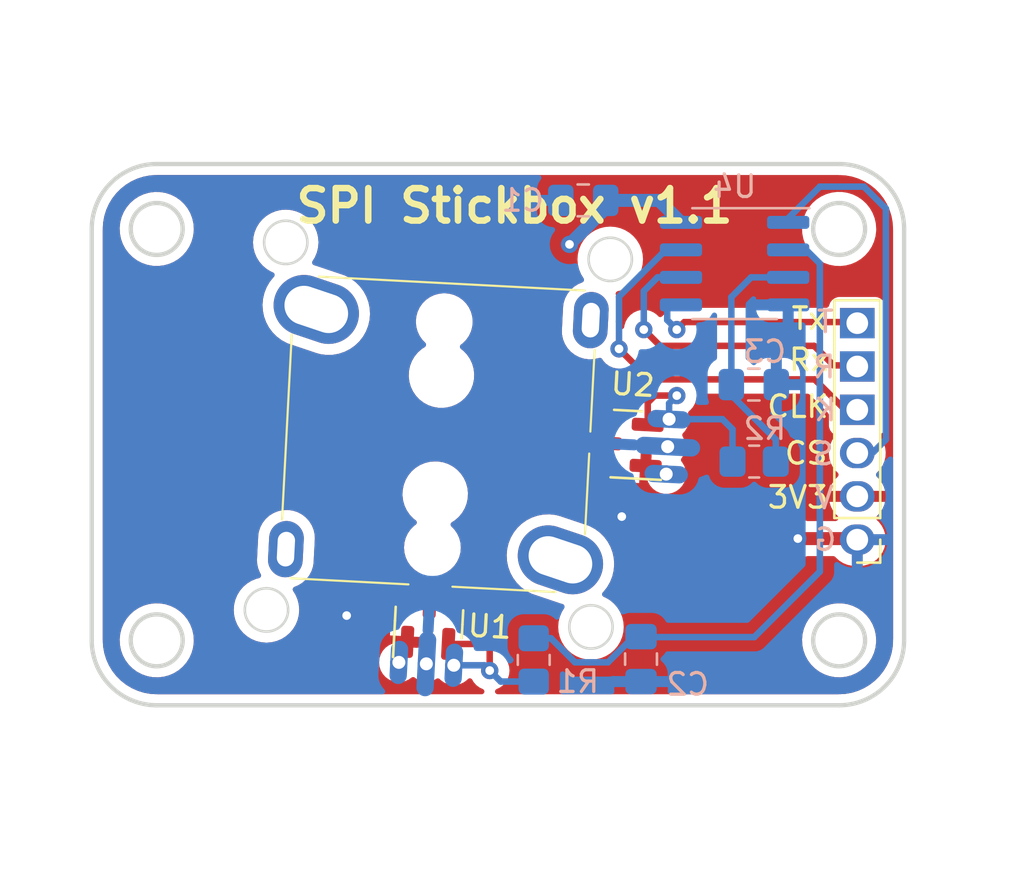
<source format=kicad_pcb>
(kicad_pcb (version 20211014) (generator pcbnew)
  (layers (0 "F.Cu" signal) (31 "B.Cu" signal) (34 "B.Paste" user) (35 "F.Paste" user) (36 "B.SilkS" user "B.Silkscreen") (37 "F.SilkS" user "F.Silkscreen") (38 "B.Mask" user) (39 "F.Mask" user) (44 "Edge.Cuts" user))
  (net 0 "")
  (net 1 "VCC")
  (net 2 "Net-(C2-Pad1)")
  (net 3 "Net-(C3-Pad1)")
  (net 4 "GND")
  (net 5 "/CS")
  (net 6 "/CLK")
  (net 7 "/Rx")
  (net 8 "/Tx")
  (net 9 "/xHE")
  (net 10 "/yHE")
  (footprint "PhobGCC_2_0_0_footprints:GCC_Header_Straight_1x06_Pitch2.00mm" (layer "F.Cu") (at 180.5432 62.0268 180)
    (fp_text reference "J1" hide)
    (fp_text value "Conn_01x06_Female")
    (fp_line (start -1.06 1) (end 1.06 1) (layer "F.SilkS") (width 0.12))
    (fp_line (start -1.06 -1.06) (end 0 -1.06) (layer "F.SilkS") (width 0.12))
    (fp_line (start -1.06 11.06) (end 1.06 11.06) (layer "F.SilkS") (width 0.12))
    (fp_line (start -1.06 0) (end -1.06 -1.06) (layer "F.SilkS") (width 0.12))
    (fp_line (start 1.06 1) (end 1.06 11.06) (layer "F.SilkS") (width 0.12))
    (fp_line (start -1.06 1) (end -1.06 11.06) (layer "F.SilkS") (width 0.12))
    (pad "1" thru_hole oval (at 0 0) (size 1.6 1.4) (drill 1) (layers *.Cu *.Mask) (net 4 "GND") (thermal_gap 0.6))
    (pad "2" thru_hole oval (at 0 2) (size 1.6 1.4) (drill 1) (layers *.Cu *.Mask) (net 1 "VCC"))
    (pad "3" thru_hole oval (at 0 4) (size 1.6 1.4) (drill 1) (layers *.Cu *.Mask) (net 5 "/CS"))
    (pad "4" thru_hole rect (at 0 6) (size 1.6 1.4) (drill 1) (layers *.Cu *.Mask) (net 6 "/CLK") (thermal_gap 0.75))
    (pad "5" thru_hole rect (at 0 8) (size 1.6 1.4) (drill 1) (layers *.Cu *.Mask) (net 7 "/Rx") (thermal_gap 0.75))
    (pad "6" thru_hole rect (at 0 10) (size 1.6 1.4) (drill 1) (layers *.Cu *.Mask) (net 8 "/Tx") (thermal_gap 0.75))
  )
  (footprint "PhobGCC_2_0_0_footprints:SOT-23" (layer "F.Cu") (at 169.884918 57.621769 177)
    (fp_text reference "U2" (at -0.150347 2.769433 357 unlocked) (layer "F.SilkS"))
    (fp_text value "DRV5055A2xDBZxQ1")
    (fp_line (start 0 1.56) (end -0.65 1.56) (layer "F.SilkS") (width 0.12))
    (fp_line (start 0 -1.56) (end 0.65 -1.56) (layer "F.SilkS") (width 0.12))
    (fp_line (start 0 -1.56) (end -1.675 -1.56) (layer "F.SilkS") (width 0.12))
    (fp_line (start 0 1.56) (end 0.65 1.56) (layer "F.SilkS") (width 0.12))
    (pad "1" smd roundrect (at -0.9375 -0.95 177) (size 1.475 0.6) (layers "F.Cu" "F.Paste" "F.Mask") (net 1 "VCC"))
    (pad "2" smd roundrect (at -0.9375 0.95 177) (size 1.475 0.6) (layers "F.Cu" "F.Paste" "F.Mask") (net 10 "/yHE"))
    (pad "3" smd roundrect (at 0.9375 0 177) (size 1.475 0.6) (layers "F.Cu" "F.Paste" "F.Mask") (net 4 "GND"))
  )
  (footprint "PhobGCC_2_0_0_footprints:SOT-23" (layer "F.Cu") (at 160.760853 65.857984 87)
    (fp_text reference "U1" (at -0.034433 2.820815 357 unlocked) (layer "F.SilkS"))
    (fp_text value "DRV5055A2xDBZxQ1")
    (fp_line (start 0 1.56) (end -0.65 1.56) (layer "F.SilkS") (width 0.12))
    (fp_line (start 0 -1.56) (end 0.65 -1.56) (layer "F.SilkS") (width 0.12))
    (fp_line (start 0 -1.56) (end -1.675 -1.56) (layer "F.SilkS") (width 0.12))
    (fp_line (start 0 1.56) (end 0.65 1.56) (layer "F.SilkS") (width 0.12))
    (pad "1" smd roundrect (at -0.9375 -0.95 87) (size 1.475 0.6) (layers "F.Cu" "F.Paste" "F.Mask") (net 1 "VCC"))
    (pad "2" smd roundrect (at -0.9375 0.95 87) (size 1.475 0.6) (layers "F.Cu" "F.Paste" "F.Mask") (net 9 "/xHE"))
    (pad "3" smd roundrect (at 0.9375 0 87) (size 1.475 0.6) (layers "F.Cu" "F.Paste" "F.Mask") (net 4 "GND"))
  )
  (footprint "PhobGCC_2_0_0_footprints:GCC_Stickbox_Hall_Only_Straps" (layer "F.Cu") (at 161.205001 57.175001 177)
    (fp_text reference "U3" hide)
    (fp_text value "Stickbox_Assembly_CStick")
    (fp_line (start -6.4 7) (end 5.89 7) (layer "F.SilkS") (width 0.1))
    (fp_line (start -5.78 -6.98) (end -1.016 -6.98) (layer "F.SilkS") (width 0.1))
    (fp_line (start 7 -4.29) (end 7 4.26) (layer "F.SilkS") (width 0.1))
    (fp_line (start 1.016 -6.98) (end 6.46 -6.98) (layer "F.SilkS") (width 0.1))
    (fp_line (start -7 -4.23) (end -7 -0.508) (layer "F.SilkS") (width 0.1))
    (fp_line (start -7 0.508) (end -7 4.28) (layer "F.SilkS") (width 0.1))
    (fp_circle (center -7.5 -8.5) (end -6.5 -8.5) (layer "Edge.Cuts") (width 0.12) (fill none))
    (fp_circle (center 7.5 8.5) (end 8.5 8.5) (layer "Edge.Cuts") (width 0.12) (fill none))
    (fp_circle (center -7.5 8.5) (end -6.5 8.5) (layer "Edge.Cuts") (width 0.12) (fill none))
    (fp_circle (center 7.5 -8.5) (end 8.5 -8.5) (layer "Edge.Cuts") (width 0.12) (fill none))
    (pad "" thru_hole oval (at 5.93 5.48 251.4) (size 2.8 4) (drill oval 1.8 3) (layers *.Cu *.Mask))
    (pad "" np_thru_hole circle (at 0 -5.225 177) (size 1.6 1.6) (drill 1.6) (layers *.Cu *.Mask))
    (pad "" thru_hole oval (at -6.75 5.65 177) (size 1.6 2.6) (drill oval 0.8 1.6) (layers *.Cu *.Mask))
    (pad "" np_thru_hole circle (at 0 2.75 177) (size 2 2) (drill 2) (layers *.Cu *.Mask))
    (pad "" np_thru_hole circle (at 0 -2.75 177) (size 2 2) (drill 2) (layers *.Cu *.Mask))
    (pad "" np_thru_hole circle (at 0 5.225 177) (size 1.6 1.6) (drill 1.6) (layers *.Cu *.Mask))
    (pad "" thru_hole oval (at -5.93 -5.48 251.4) (size 2.8 4) (drill oval 1.8 3) (layers *.Cu *.Mask))
    (pad "" thru_hole oval (at 6.75 -5.65 177) (size 1.6 2.6) (drill oval 0.8 1.6) (layers *.Cu *.Mask))
    (pad "1" smd oval (at 1.27 -10.6 177) (size 0.8 2) (layers "B.Cu" "B.Mask") (net 1 "VCC"))
    (pad "1" thru_hole circle (at 1.27 -10.6 177) (size 0.8 0.8) (drill 0.6) (layers *.Cu "B.Mask") (remove_unused_layers) (net 1 "VCC"))
    (pad "2" thru_hole circle (at 0 -10.6 177) (size 0.8 0.8) (drill 0.6) (layers *.Cu "B.Mask") (remove_unused_layers) (net 4 "GND") (thermal_gap 1))
    (pad "2" smd oval (at 0 -10.6 177) (size 0.8 3) (layers "B.Cu" "B.Mask") (net 4 "GND") (thermal_gap 1))
    (pad "3" thru_hole circle (at -1.27 -10.6 177) (size 0.8 0.8) (drill 0.6) (layers *.Cu "B.Mask") (remove_unused_layers) (net 9 "/xHE"))
    (pad "3" smd oval (at -1.27 -10.6 177) (size 0.8 2) (layers "B.Cu" "B.Mask") (net 9 "/xHE") (thermal_gap 1))
    (pad "4" smd oval (at -10.6 -1.27 267) (size 0.8 2) (layers "B.Cu" "B.Mask") (net 1 "VCC"))
    (pad "4" thru_hole circle (at -10.6 -1.27 177) (size 0.8 0.8) (drill 0.6) (layers *.Cu "B.Mask") (remove_unused_layers) (net 1 "VCC"))
    (pad "5" smd oval (at -10.6 0 267) (size 0.8 3) (layers "B.Cu" "B.Mask") (net 4 "GND") (thermal_gap 1))
    (pad "5" thru_hole circle (at -10.6 0 177) (size 0.8 0.8) (drill 0.6) (layers *.Cu "B.Mask") (remove_unused_layers) (net 4 "GND") (thermal_gap 1))
    (pad "6" smd oval (at -10.6 1.27 267) (size 0.8 2) (layers "B.Cu" "B.Mask") (net 10 "/yHE") (thermal_gap 1))
    (pad "6" thru_hole circle (at -10.6 1.27 177) (size 0.8 0.8) (drill 0.6) (layers *.Cu "B.Mask") (remove_unused_layers) (net 10 "/yHE") (thermal_gap 1))
  )
  (footprint "Capacitor_SMD:C_0805_2012Metric_Pad1.18x1.45mm_HandSolder" (layer "B.Cu") (at 175.768 54.864)
    (fp_text reference "C3" (at 0.508 -1.524) (layer "B.SilkS") (effects (justify mirror)))
    (fp_text value "0.047u")
    (fp_line (start -0.261252 -0.735) (end 0.261252 -0.735) (layer "B.SilkS") (width 0.12))
    (fp_line (start -0.261252 0.735) (end 0.261252 0.735) (layer "B.SilkS") (width 0.12))
    (pad "1" smd roundrect (at -1.0375 0) (size 1.175 1.45) (layers "B.Cu" "B.Paste" "B.Mask") (roundrect_rratio 0.2127659574) (net 3 "Net-(C3-Pad1)"))
    (pad "2" smd roundrect (at 1.0375 0) (size 1.175 1.45) (layers "B.Cu" "B.Paste" "B.Mask") (roundrect_rratio 0.2127659574) (net 4 "GND"))
  )
  (footprint "Capacitor_SMD:C_0805_2012Metric_Pad1.18x1.45mm_HandSolder" (layer "B.Cu") (at 167.894 46.355 180)
    (fp_text reference "C1" (at 2.794 0) (layer "B.SilkS") (effects (justify mirror)))
    (fp_text value "100n")
    (fp_line (start -0.261252 -0.735) (end 0.261252 -0.735) (layer "B.SilkS") (width 0.12))
    (fp_line (start -0.261252 0.735) (end 0.261252 0.735) (layer "B.SilkS") (width 0.12))
    (pad "1" smd roundrect (at -1.0375 0 180) (size 1.175 1.45) (layers "B.Cu" "B.Paste" "B.Mask") (roundrect_rratio 0.2127659574) (net 1 "VCC"))
    (pad "2" smd roundrect (at 1.0375 0 180) (size 1.175 1.45) (layers "B.Cu" "B.Paste" "B.Mask") (roundrect_rratio 0.2127659574) (net 4 "GND"))
  )
  (footprint "Resistor_SMD:R_0805_2012Metric_Pad1.20x1.40mm_HandSolder" (layer "B.Cu") (at 165.608 67.58 90)
    (fp_text reference "R1" (at -1 2.032 180) (layer "B.SilkS") (effects (justify mirror)))
    (fp_text value "2k")
    (fp_line (start -0.227064 0.735) (end 0.227064 0.735) (layer "B.SilkS") (width 0.12))
    (fp_line (start -0.227064 -0.735) (end 0.227064 -0.735) (layer "B.SilkS") (width 0.12))
    (pad "1" smd roundrect (at -1 0 90) (size 1.2 1.4) (layers "B.Cu" "B.Paste" "B.Mask") (roundrect_rratio 0.2083333333) (net 9 "/xHE"))
    (pad "2" smd roundrect (at 1 0 90) (size 1.2 1.4) (layers "B.Cu" "B.Paste" "B.Mask") (roundrect_rratio 0.2083333333) (net 2 "Net-(C2-Pad1)"))
  )
  (footprint "Resistor_SMD:R_0805_2012Metric_Pad1.20x1.40mm_HandSolder" (layer "B.Cu") (at 175.784 58.42)
    (fp_text reference "R2" (at 0.492 -1.524) (layer "B.SilkS") (effects (justify mirror)))
    (fp_text value "2k")
    (fp_line (start -0.227064 -0.735) (end 0.227064 -0.735) (layer "B.SilkS") (width 0.12))
    (fp_line (start -0.227064 0.735) (end 0.227064 0.735) (layer "B.SilkS") (width 0.12))
    (pad "1" smd roundrect (at -1 0) (size 1.2 1.4) (layers "B.Cu" "B.Paste" "B.Mask") (roundrect_rratio 0.2083333333) (net 10 "/yHE"))
    (pad "2" smd roundrect (at 1 0) (size 1.2 1.4) (layers "B.Cu" "B.Paste" "B.Mask") (roundrect_rratio 0.2083333333) (net 3 "Net-(C3-Pad1)"))
  )
  (footprint "PhobGCC_2_0_0_footprints:SOIC-8_3.9x4.9mm_P1.27mm" (layer "B.Cu") (at 174.879 49.276 180)
    (fp_text reference "U4" (at 0 3.556) (layer "B.SilkS") (effects (justify mirror)))
    (fp_text value "MCP3002")
    (fp_line (start 0 2.56) (end 1.95 2.56) (layer "B.SilkS") (width 0.12))
    (fp_line (start 0 -2.56) (end 1.95 -2.56) (layer "B.SilkS") (width 0.12))
    (fp_line (start 0 2.56) (end -3.45 2.56) (layer "B.SilkS") (width 0.12))
    (fp_line (start 0 -2.56) (end -1.95 -2.56) (layer "B.SilkS") (width 0.12))
    (pad "1" smd roundrect (at -2.475 1.905 180) (size 1.95 0.6) (layers "B.Cu" "B.Paste" "B.Mask") (net 5 "/CS"))
    (pad "2" smd roundrect (at -2.475 0.635 180) (size 1.95 0.6) (layers "B.Cu" "B.Paste" "B.Mask") (net 2 "Net-(C2-Pad1)"))
    (pad "3" smd roundrect (at -2.475 -0.635 180) (size 1.95 0.6) (layers "B.Cu" "B.Paste" "B.Mask") (net 3 "Net-(C3-Pad1)"))
    (pad "4" smd roundrect (at -2.475 -1.905 180) (size 1.95 0.6) (layers "B.Cu" "B.Paste" "B.Mask") (net 4 "GND"))
    (pad "5" smd roundrect (at 2.475 -1.905 180) (size 1.95 0.6) (layers "B.Cu" "B.Paste" "B.Mask") (net 8 "/Tx"))
    (pad "6" smd roundrect (at 2.475 -0.635 180) (size 1.95 0.6) (layers "B.Cu" "B.Paste" "B.Mask") (net 7 "/Rx"))
    (pad "7" smd roundrect (at 2.475 0.635 180) (size 1.95 0.6) (layers "B.Cu" "B.Paste" "B.Mask") (net 6 "/CLK"))
    (pad "8" smd roundrect (at 2.475 1.905 180) (size 1.95 0.6) (layers "B.Cu" "B.Paste" "B.Mask") (net 1 "VCC"))
  )
  (footprint "Capacitor_SMD:C_0805_2012Metric_Pad1.18x1.45mm_HandSolder" (layer "B.Cu") (at 170.561 67.5425 -90)
    (fp_text reference "C2" (at 1.1645 -2.159) (layer "B.SilkS") (effects (justify mirror)))
    (fp_text value "0.047u")
    (fp_line (start -0.261252 -0.735) (end 0.261252 -0.735) (layer "B.SilkS") (width 0.12))
    (fp_line (start -0.261252 0.735) (end 0.261252 0.735) (layer "B.SilkS") (width 0.12))
    (pad "1" smd roundrect (at -1.0375 0 270) (size 1.175 1.45) (layers "B.Cu" "B.Paste" "B.Mask") (roundrect_rratio 0.2127659574) (net 2 "Net-(C2-Pad1)"))
    (pad "2" smd roundrect (at 1.0375 0 270) (size 1.175 1.45) (layers "B.Cu" "B.Paste" "B.Mask") (roundrect_rratio 0.2127659574) (net 4 "GND"))
  )
  (gr_arc (start 148.205001 69.675001) (mid 146.083681 68.796321) (end 145.205001 66.675001) (layer "Edge.Cuts") (width 0.2))
  (gr_circle (center 179.705001 66.675001) (end 180.905001 66.675001) (layer "Edge.Cuts") (width 0.2) (fill none))
  (gr_circle (center 148.205001 66.675001) (end 149.405001 66.675001) (layer "Edge.Cuts") (width 0.2) (fill none))
  (gr_circle (center 148.205001 47.675001) (end 149.405001 47.675001) (layer "Edge.Cuts") (width 0.2) (fill none))
  (gr_line (start 148.205001 44.675001) (end 179.705001 44.675001) (layer "Edge.Cuts") (width 0.2))
  (gr_line (start 179.705001 69.675001) (end 148.205001 69.675001) (layer "Edge.Cuts") (width 0.2))
  (gr_arc (start 179.705001 44.675001) (mid 181.826321 45.553681) (end 182.705001 47.675001) (layer "Edge.Cuts") (width 0.2))
  (gr_arc (start 182.705001 66.675001) (mid 181.826321 68.796321) (end 179.705001 69.675001) (layer "Edge.Cuts") (width 0.2))
  (gr_line (start 145.205001 66.675001) (end 145.205001 47.675001) (layer "Edge.Cuts") (width 0.2))
  (gr_circle (center 179.705001 47.675001) (end 180.905001 47.675001) (layer "Edge.Cuts") (width 0.2) (fill none))
  (gr_line (start 182.705001 47.675001) (end 182.705001 66.675001) (layer "Edge.Cuts") (width 0.2))
  (gr_arc (start 145.205001 47.675001) (mid 146.083681 45.553681) (end 148.205001 44.675001) (layer "Edge.Cuts") (width 0.2))
  (gr_text "V" (at 179.0192 60.0964) (layer "B.SilkS") (effects (font (size 1 1)) (justify mirror)))
  (gr_text "T" (at 179.07 51.9684) (layer "B.SilkS") (effects (font (size 1 1)) (justify mirror)))
  (gr_text "K" (at 179.07 56.0324) (layer "B.SilkS") (effects (font (size 1 1)) (justify mirror)))
  (gr_text "R" (at 179.0192 54.0512) (layer "B.SilkS") (effects (font (size 1 1)) (justify mirror)))
  (gr_text "S" (at 178.9684 58.0644) (layer "B.SilkS") (effects (font (size 1 1)) (justify mirror)))
  (gr_text "G" (at 179.07 62.0268) (layer "B.SilkS") (effects (font (size 1 1)) (justify mirror)))
  (gr_text "SPI Stickbox v1.1" (at 164.719 46.609) (layer "F.SilkS") (effects (font (size 1.5 1.5) (thickness 0.3))))
  (gr_text "3V3" (at 177.8 60.071) (layer "F.SilkS") (effects (font (size 1 1))))
  (gr_text "CS" (at 178.181 58.039) (layer "F.SilkS") (effects (font (size 1 1))))
  (gr_text "CLK" (at 177.8 55.88) (layer "F.SilkS") (effects (font (size 1 1))))
  (gr_text "Tx" (at 178.308 51.816) (layer "F.SilkS") (effects (font (size 1 1))))
  (gr_text "Rx" (at 178.308 53.721) (layer "F.SilkS") (effects (font (size 1 1))))
  (via (at 167.259 48.387) (size 0.8) (drill 0.4) (layers "F.Cu" "B.Cu") (net 1))
  (segment (start 168.9315 46.7145) (end 167.259 48.387) (width 0.6) (layer "B.Cu") (net 1))
  (segment (start 171.388 46.355) (end 172.404 47.371) (width 0.6) (layer "B.Cu") (net 1))
  (segment (start 168.9315 46.355) (end 171.388 46.355) (width 0.6) (layer "B.Cu") (net 1))
  (segment (start 168.9315 46.355) (end 168.9315 46.7145) (width 0.6) (layer "B.Cu") (net 1))
  (segment (start 175.7895 66.5265) (end 178.816 63.5) (width 0.3) (layer "B.Cu") (net 2))
  (segment (start 178.181 48.641) (end 178.816 49.276) (width 0.3) (layer "B.Cu") (net 2))
  (segment (start 166.402 66.58) (end 165.608 66.58) (width 0.3) (layer "B.Cu") (net 2))
  (segment (start 176.719 48.641) (end 178.181 48.641) (width 0.3) (layer "B.Cu") (net 2))
  (segment (start 167.513 67.691) (end 166.402 66.58) (width 0.3) (layer "B.Cu") (net 2))
  (segment (start 170.223 66.505) (end 169.037 67.691) (width 0.3) (layer "B.Cu") (net 2))
  (segment (start 170.561 66.505) (end 170.223 66.505) (width 0.3) (layer "B.Cu") (net 2))
  (segment (start 169.037 67.691) (end 167.513 67.691) (width 0.3) (layer "B.Cu") (net 2))
  (segment (start 175.7895 66.5265) (end 170.5825 66.5265) (width 0.3) (layer "B.Cu") (net 2))
  (segment (start 170.5825 66.5265) (end 170.561 66.505) (width 0.3) (layer "B.Cu") (net 2))
  (segment (start 178.816 63.5) (end 178.816 49.276) (width 0.3) (layer "B.Cu") (net 2))
  (segment (start 174.7305 54.864) (end 174.7305 55.3505) (width 0.3) (layer "B.Cu") (net 3))
  (segment (start 175.641 49.911) (end 174.7305 50.8215) (width 0.3) (layer "B.Cu") (net 3))
  (segment (start 174.7305 55.3505) (end 176.784 57.404) (width 0.3) (layer "B.Cu") (net 3))
  (segment (start 176.719 49.911) (end 175.641 49.911) (width 0.3) (layer "B.Cu") (net 3))
  (segment (start 176.784 57.404) (end 176.784 58.42) (width 0.3) (layer "B.Cu") (net 3))
  (segment (start 174.7305 50.8215) (end 174.7305 54.864) (width 0.3) (layer "B.Cu") (net 3))
  (segment (start 160.809918 64.921769) (end 157.582231 64.921769) (width 0.6) (layer "F.Cu") (net 4))
  (segment (start 157.582231 64.921769) (end 156.972 65.532) (width 0.6) (layer "F.Cu") (net 4))
  (segment (start 168.948703 57.572704) (end 168.948703 60.236703) (width 0.6) (layer "F.Cu") (net 4))
  (segment (start 180.34 61.976) (end 177.8 61.976) (width 0.6) (layer "F.Cu") (net 4))
  (segment (start 168.948703 60.236703) (end 169.672 60.96) (width 0.6) (layer "F.Cu") (net 4))
  (via (at 156.972 65.532) (size 0.8) (drill 0.4) (layers "F.Cu" "B.Cu") (net 4))
  (via (at 177.8 61.976) (size 0.8) (drill 0.4) (layers "F.Cu" "B.Cu") (net 4))
  (via (at 169.672 60.96) (size 0.8) (drill 0.4) (layers "F.Cu" "B.Cu") (net 4))
  (segment (start 176.8055 54.864) (end 176.8055 54.8855) (width 0.6) (layer "B.Cu") (net 4))
  (segment (start 177.165 47.371) (end 178.816 45.72) (width 0.3) (layer "B.Cu") (net 5))
  (segment (start 180.34 57.976) (end 181.292 57.976) (width 0.3) (layer "B.Cu") (net 5))
  (segment (start 181.292 57.976) (end 181.864 57.404) (width 0.3) (layer "B.Cu") (net 5))
  (segment (start 178.816 45.72) (end 180.848 45.72) (width 0.3) (layer "B.Cu") (net 5))
  (segment (start 181.864 46.736) (end 181.864 57.404) (width 0.3) (layer "B.Cu") (net 5))
  (segment (start 180.848 45.72) (end 181.864 46.736) (width 0.3) (layer "B.Cu") (net 5))
  (segment (start 169.545 53.213) (end 170.954489 54.622489) (width 0.3) (layer "F.Cu") (net 6))
  (segment (start 170.954489 54.622489) (end 178.574489 54.622489) (width 0.3) (layer "F.Cu") (net 6))
  (segment (start 178.574489 54.622489) (end 179.928 55.976) (width 0.3) (layer "F.Cu") (net 6))
  (via (at 169.545 53.213) (size 0.8) (drill 0.4) (layers "F.Cu" "B.Cu") (net 6))
  (segment (start 170.561 49.784) (end 171.704 48.641) (width 0.3) (layer "B.Cu") (net 6))
  (segment (start 169.545 50.8) (end 169.545 51.943) (width 0.3) (layer "B.Cu") (net 6))
  (segment (start 171.704 48.641) (end 172.404 48.641) (width 0.3) (layer "B.Cu") (net 6))
  (segment (start 169.545 51.943) (end 169.545 53.213) (width 0.3) (layer "B.Cu") (net 6))
  (segment (start 170.561 49.784) (end 169.545 50.8) (width 0.3) (layer "B.Cu") (net 6))
  (segment (start 178.549511 53.073511) (end 179.452 53.976) (width 0.3) (layer "F.Cu") (net 7))
  (segment (start 179.452 53.976) (end 180.848 53.976) (width 0.3) (layer "F.Cu") (net 7))
  (segment (start 171.437511 53.073511) (end 178.549511 53.073511) (width 0.3) (layer "F.Cu") (net 7))
  (segment (start 170.688 52.324) (end 171.437511 53.073511) (width 0.3) (layer "F.Cu") (net 7))
  (via (at 170.688 52.324) (size 0.8) (drill 0.4) (layers "F.Cu" "B.Cu") (net 7))
  (segment (start 170.688 50.546) (end 170.688 52.324) (width 0.3) (layer "B.Cu") (net 7))
  (segment (start 172.404 49.911) (end 171.323 49.911) (width 0.3) (layer "B.Cu") (net 7))
  (segment (start 171.323 49.911) (end 170.688 50.546) (width 0.3) (layer "B.Cu") (net 7))
  (segment (start 172.56 51.976) (end 172.212 52.324) (width 0.3) (layer "F.Cu") (net 8))
  (segment (start 180.848 51.976) (end 172.56 51.976) (width 0.3) (layer "F.Cu") (net 8))
  (via (at 172.212 52.324) (size 0.8) (drill 0.4) (layers "F.Cu" "B.Cu") (net 8))
  (segment (start 171.769 51.881) (end 172.212 52.324) (width 0.3) (layer "B.Cu") (net 8))
  (segment (start 171.769 51.181) (end 171.769 51.881) (width 0.3) (layer "B.Cu") (net 8))
  (segment (start 163.363918 66.843918) (end 163.576 67.056) (width 0.3) (layer "F.Cu") (net 9))
  (segment (start 161.660486 66.843918) (end 163.363918 66.843918) (width 0.3) (layer "F.Cu") (net 9))
  (segment (start 163.576 67.056) (end 163.576 68.072) (width 0.3) (layer "F.Cu") (net 9))
  (via (at 163.576 68.072) (size 0.8) (drill 0.4) (layers "F.Cu" "B.Cu") (net 9))
  (segment (start 163.576 68.072) (end 164.084 68.58) (width 0.3) (layer "B.Cu") (net 9))
  (segment (start 163.330941 67.826941) (end 163.576 68.072) (width 0.3) (layer "B.Cu") (net 9))
  (segment (start 164.084 68.58) (end 165.608 68.58) (width 0.3) (layer "B.Cu") (net 9))
  (segment (start 161.918499 67.826941) (end 163.330941 67.826941) (width 0.3) (layer "B.Cu") (net 9))
  (segment (start 170.870852 56.722136) (end 170.870852 55.697148) (width 0.3) (layer "F.Cu") (net 10))
  (segment (start 172.212 55.372) (end 171.196 55.372) (width 0.3) (layer "F.Cu") (net 10))
  (segment (start 171.196 55.372) (end 170.870852 55.697148) (width 0.3) (layer "F.Cu") (net 10))
  (via (at 172.212 55.372) (size 0.8) (drill 0.4) (layers "F.Cu" "B.Cu") (net 10))
  (segment (start 171.856941 56.461503) (end 171.856941 55.727059) (width 0.3) (layer "B.Cu") (net 10))
  (segment (start 174.784 56.928) (end 174.784 58.42) (width 0.3) (layer "B.Cu") (net 10))
  (segment (start 171.856941 55.727059) (end 172.212 55.372) (width 0.3) (layer "B.Cu") (net 10))
  (segment (start 174.317503 56.461503) (end 174.784 56.928) (width 0.3) (layer "B.Cu") (net 10))
  (segment (start 171.856941 56.461503) (end 174.317503 56.461503) (width 0.3) (layer "B.Cu") (net 10))
  (zone (net 1) (net_name "VCC") (layer "F.Cu") (connect_pads (clearance 0.508)) (min_thickness 0.254) (fill yes (thermal_gap 0.508) (thermal_bridge_width 0.508))
    (polygon (pts (xy 184.15 73.025) (xy 140.97 71.12) (xy 142.24 41.275) (xy 187.325 41.275)))
  )
  (zone (net 4) (net_name "GND") (layer "B.Cu") (connect_pads (clearance 0.508)) (min_thickness 0.254) (fill yes (thermal_gap 0.508) (thermal_bridge_width 0.508))
    (polygon (pts (xy 184.15 73.025) (xy 140.97 71.12) (xy 142.24 41.275) (xy 187.325 41.275)))
  )
)
</source>
